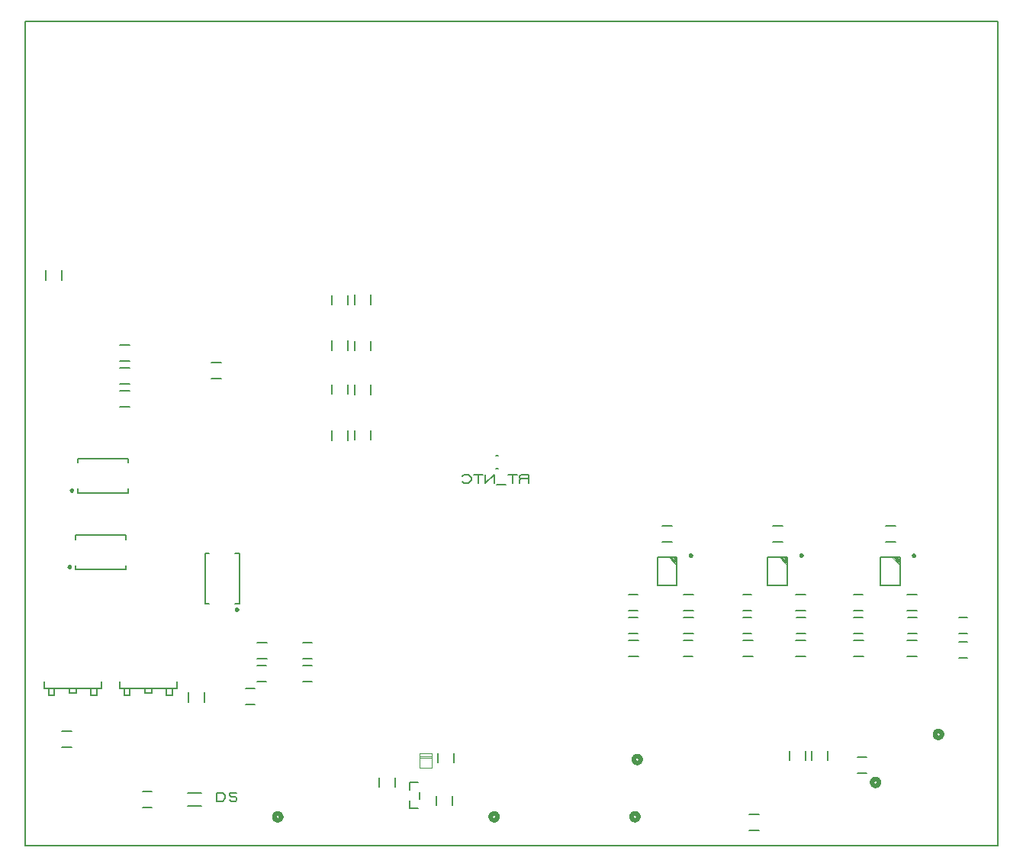
<source format=gbr>
G04 PROTEUS GERBER X2 FILE*
%TF.GenerationSoftware,Labcenter,Proteus,8.7-SP3-Build25561*%
%TF.CreationDate,2021-07-06T20:34:18+00:00*%
%TF.FileFunction,Legend,Bot*%
%TF.FilePolarity,Positive*%
%TF.Part,Single*%
%TF.SameCoordinates,{87e03e06-012a-4b1c-b44b-99ac6d4646d0}*%
%FSLAX45Y45*%
%MOMM*%
G01*
%TA.AperFunction,Profile*%
%ADD38C,0.203200*%
%TA.AperFunction,Material*%
%ADD46C,0.200000*%
%ADD44C,0.203200*%
%ADD50C,0.250000*%
%ADD51C,0.100000*%
%ADD47C,0.508000*%
%ADD45C,0.101600*%
%TD.AperFunction*%
D38*
X-1079500Y-6413500D02*
X+9715500Y-6413500D01*
X+9715500Y+2730500D01*
X-1079500Y+2730500D01*
X-1079500Y-6413500D01*
D46*
X+2503000Y-811000D02*
X+2503000Y-921000D01*
X+2323000Y-811000D02*
X+2323000Y-921000D01*
X+2503000Y-313000D02*
X+2503000Y-413000D01*
X+2323000Y-313000D02*
X+2323000Y-413000D01*
X+2757000Y-303000D02*
X+2757000Y-413000D01*
X+2577000Y-303000D02*
X+2577000Y-413000D01*
X+2757000Y-821000D02*
X+2757000Y-921000D01*
X+2577000Y-821000D02*
X+2577000Y-921000D01*
D44*
X-235700Y-4597400D02*
X-235700Y-4673600D01*
X-870700Y-4673600D01*
X-870700Y-4597400D01*
X-515100Y-4673600D02*
X-515100Y-4724400D01*
X-591300Y-4724400D01*
X-591300Y-4673600D01*
X-286500Y-4673600D02*
X-286500Y-4749800D01*
X-350000Y-4749800D01*
X-350000Y-4673600D01*
X-819900Y-4673600D02*
X-819900Y-4749800D01*
X-756400Y-4749800D01*
X-756400Y-4673600D02*
X-756400Y-4749800D01*
X+602500Y-4597400D02*
X+602500Y-4673600D01*
X-32500Y-4673600D01*
X-32500Y-4597400D01*
X+323100Y-4673600D02*
X+323100Y-4724400D01*
X+246900Y-4724400D01*
X+246900Y-4673600D01*
X+551700Y-4673600D02*
X+551700Y-4749800D01*
X+488200Y-4749800D01*
X+488200Y-4673600D01*
X+18300Y-4673600D02*
X+18300Y-4749800D01*
X+81800Y-4749800D01*
X+81800Y-4673600D02*
X+81800Y-4749800D01*
D46*
X+78000Y-1550500D02*
X-32000Y-1550500D01*
X+78000Y-1370500D02*
X-32000Y-1370500D01*
X+78000Y-1042500D02*
X-32000Y-1042500D01*
X+78000Y-862500D02*
X-32000Y-862500D01*
X+78000Y-1296500D02*
X-32000Y-1296500D01*
X+78000Y-1116500D02*
X-32000Y-1116500D01*
X+984000Y-1053000D02*
X+1094000Y-1053000D01*
X+984000Y-1233000D02*
X+1094000Y-1233000D01*
X-564100Y-5322400D02*
X-674100Y-5322400D01*
X-564100Y-5142400D02*
X-674100Y-5142400D01*
X+728400Y-4819900D02*
X+728400Y-4709900D01*
X+908400Y-4819900D02*
X+908400Y-4709900D01*
X+2757000Y-1301500D02*
X+2757000Y-1411500D01*
X+2577000Y-1301500D02*
X+2577000Y-1411500D01*
X+2503000Y-1809500D02*
X+2503000Y-1919500D01*
X+2323000Y-1809500D02*
X+2323000Y-1919500D01*
X+2757000Y-1809500D02*
X+2757000Y-1909500D01*
X+2577000Y-1809500D02*
X+2577000Y-1909500D01*
X+2503000Y-1301500D02*
X+2503000Y-1401500D01*
X+2323000Y-1301500D02*
X+2323000Y-1401500D01*
D50*
X+6316500Y-3195902D02*
X+6316457Y-3194863D01*
X+6316105Y-3192784D01*
X+6315368Y-3190705D01*
X+6314164Y-3188626D01*
X+6312323Y-3186576D01*
X+6310244Y-3185073D01*
X+6308165Y-3184116D01*
X+6306086Y-3183577D01*
X+6304007Y-3183402D01*
X+6304000Y-3183402D01*
X+6291500Y-3195902D02*
X+6291543Y-3194863D01*
X+6291895Y-3192784D01*
X+6292632Y-3190705D01*
X+6293836Y-3188626D01*
X+6295677Y-3186576D01*
X+6297756Y-3185073D01*
X+6299835Y-3184116D01*
X+6301914Y-3183577D01*
X+6303993Y-3183402D01*
X+6304000Y-3183402D01*
X+6291500Y-3195902D02*
X+6291543Y-3196941D01*
X+6291895Y-3199020D01*
X+6292632Y-3201099D01*
X+6293836Y-3203178D01*
X+6295677Y-3205228D01*
X+6297756Y-3206731D01*
X+6299835Y-3207688D01*
X+6301914Y-3208227D01*
X+6303993Y-3208402D01*
X+6304000Y-3208402D01*
X+6316500Y-3195902D02*
X+6316457Y-3196941D01*
X+6316105Y-3199020D01*
X+6315368Y-3201099D01*
X+6314164Y-3203178D01*
X+6312323Y-3205228D01*
X+6310244Y-3206731D01*
X+6308165Y-3207688D01*
X+6306086Y-3208227D01*
X+6304007Y-3208402D01*
X+6304000Y-3208402D01*
D46*
X+6154000Y-3525902D02*
X+5934000Y-3525902D01*
X+5934000Y-3215902D01*
X+6154000Y-3215902D01*
X+6154000Y-3525902D01*
D51*
X+6154000Y-3225902D02*
X+6144000Y-3215902D01*
X+6154000Y-3235902D02*
X+6134000Y-3215902D01*
X+6154000Y-3245902D02*
X+6124000Y-3215902D01*
X+6154000Y-3255902D02*
X+6114000Y-3215902D01*
X+6154000Y-3265902D02*
X+6104000Y-3215902D01*
X+6154000Y-3275902D02*
X+6094000Y-3215902D01*
X+6154000Y-3285902D02*
X+6084000Y-3215902D01*
X+6154000Y-3295902D02*
X+6074000Y-3215902D01*
X+6154000Y-3305902D02*
X+6064000Y-3215902D01*
D50*
X+7543607Y-3195533D02*
X+7543564Y-3194494D01*
X+7543212Y-3192415D01*
X+7542475Y-3190336D01*
X+7541271Y-3188257D01*
X+7539430Y-3186207D01*
X+7537351Y-3184704D01*
X+7535272Y-3183747D01*
X+7533193Y-3183208D01*
X+7531114Y-3183033D01*
X+7531107Y-3183033D01*
X+7518607Y-3195533D02*
X+7518650Y-3194494D01*
X+7519002Y-3192415D01*
X+7519739Y-3190336D01*
X+7520943Y-3188257D01*
X+7522784Y-3186207D01*
X+7524863Y-3184704D01*
X+7526942Y-3183747D01*
X+7529021Y-3183208D01*
X+7531100Y-3183033D01*
X+7531107Y-3183033D01*
X+7518607Y-3195533D02*
X+7518650Y-3196572D01*
X+7519002Y-3198651D01*
X+7519739Y-3200730D01*
X+7520943Y-3202809D01*
X+7522784Y-3204859D01*
X+7524863Y-3206362D01*
X+7526942Y-3207319D01*
X+7529021Y-3207858D01*
X+7531100Y-3208033D01*
X+7531107Y-3208033D01*
X+7543607Y-3195533D02*
X+7543564Y-3196572D01*
X+7543212Y-3198651D01*
X+7542475Y-3200730D01*
X+7541271Y-3202809D01*
X+7539430Y-3204859D01*
X+7537351Y-3206362D01*
X+7535272Y-3207319D01*
X+7533193Y-3207858D01*
X+7531114Y-3208033D01*
X+7531107Y-3208033D01*
D46*
X+7381107Y-3525533D02*
X+7161107Y-3525533D01*
X+7161107Y-3215533D01*
X+7381107Y-3215533D01*
X+7381107Y-3525533D01*
D51*
X+7381107Y-3225533D02*
X+7371107Y-3215533D01*
X+7381107Y-3235533D02*
X+7361107Y-3215533D01*
X+7381107Y-3245533D02*
X+7351107Y-3215533D01*
X+7381107Y-3255533D02*
X+7341107Y-3215533D01*
X+7381107Y-3265533D02*
X+7331107Y-3215533D01*
X+7381107Y-3275533D02*
X+7321107Y-3215533D01*
X+7381107Y-3285533D02*
X+7311107Y-3215533D01*
X+7381107Y-3295533D02*
X+7301107Y-3215533D01*
X+7381107Y-3305533D02*
X+7291107Y-3215533D01*
D50*
X+8793369Y-3197033D02*
X+8793326Y-3195994D01*
X+8792974Y-3193915D01*
X+8792237Y-3191836D01*
X+8791033Y-3189757D01*
X+8789192Y-3187707D01*
X+8787113Y-3186204D01*
X+8785034Y-3185247D01*
X+8782955Y-3184708D01*
X+8780876Y-3184533D01*
X+8780869Y-3184533D01*
X+8768369Y-3197033D02*
X+8768412Y-3195994D01*
X+8768764Y-3193915D01*
X+8769501Y-3191836D01*
X+8770705Y-3189757D01*
X+8772546Y-3187707D01*
X+8774625Y-3186204D01*
X+8776704Y-3185247D01*
X+8778783Y-3184708D01*
X+8780862Y-3184533D01*
X+8780869Y-3184533D01*
X+8768369Y-3197033D02*
X+8768412Y-3198072D01*
X+8768764Y-3200151D01*
X+8769501Y-3202230D01*
X+8770705Y-3204309D01*
X+8772546Y-3206359D01*
X+8774625Y-3207862D01*
X+8776704Y-3208819D01*
X+8778783Y-3209358D01*
X+8780862Y-3209533D01*
X+8780869Y-3209533D01*
X+8793369Y-3197033D02*
X+8793326Y-3198072D01*
X+8792974Y-3200151D01*
X+8792237Y-3202230D01*
X+8791033Y-3204309D01*
X+8789192Y-3206359D01*
X+8787113Y-3207862D01*
X+8785034Y-3208819D01*
X+8782955Y-3209358D01*
X+8780876Y-3209533D01*
X+8780869Y-3209533D01*
D46*
X+8630869Y-3527033D02*
X+8410869Y-3527033D01*
X+8410869Y-3217033D01*
X+8630869Y-3217033D01*
X+8630869Y-3527033D01*
D51*
X+8630869Y-3227033D02*
X+8620869Y-3217033D01*
X+8630869Y-3237033D02*
X+8610869Y-3217033D01*
X+8630869Y-3247033D02*
X+8600869Y-3217033D01*
X+8630869Y-3257033D02*
X+8590869Y-3217033D01*
X+8630869Y-3267033D02*
X+8580869Y-3217033D01*
X+8630869Y-3277033D02*
X+8570869Y-3217033D01*
X+8630869Y-3287033D02*
X+8560869Y-3217033D01*
X+8630869Y-3297033D02*
X+8550869Y-3217033D01*
X+8630869Y-3307033D02*
X+8540869Y-3217033D01*
D46*
X+6100500Y-3047402D02*
X+5990500Y-3047402D01*
X+6100500Y-2867402D02*
X+5990500Y-2867402D01*
X+7327607Y-3047033D02*
X+7217607Y-3047033D01*
X+7327607Y-2867033D02*
X+7217607Y-2867033D01*
X+8577369Y-3048533D02*
X+8467369Y-3048533D01*
X+8577369Y-2868533D02*
X+8467369Y-2868533D01*
X+6337000Y-3809402D02*
X+6227000Y-3809402D01*
X+6337000Y-3629402D02*
X+6227000Y-3629402D01*
X+7581607Y-3809033D02*
X+7471607Y-3809033D01*
X+7581607Y-3629033D02*
X+7471607Y-3629033D01*
X+8813869Y-3809033D02*
X+8703869Y-3809033D01*
X+8813869Y-3629033D02*
X+8703869Y-3629033D01*
X+6337000Y-4063402D02*
X+6227000Y-4063402D01*
X+6337000Y-3883402D02*
X+6227000Y-3883402D01*
X+5729500Y-4317402D02*
X+5619500Y-4317402D01*
X+5729500Y-4137402D02*
X+5619500Y-4137402D01*
X+5619500Y-3629402D02*
X+5719500Y-3629402D01*
X+5619500Y-3809402D02*
X+5719500Y-3809402D01*
X+6327000Y-4317402D02*
X+6227000Y-4317402D01*
X+6327000Y-4137402D02*
X+6227000Y-4137402D01*
X+5719500Y-4063402D02*
X+5619500Y-4063402D01*
X+5719500Y-3883402D02*
X+5619500Y-3883402D01*
X+6882607Y-3629033D02*
X+6982607Y-3629033D01*
X+6882607Y-3809033D02*
X+6982607Y-3809033D01*
X+7581607Y-4063033D02*
X+7481607Y-4063033D01*
X+7581607Y-3883033D02*
X+7481607Y-3883033D01*
X+6982607Y-4063033D02*
X+6882607Y-4063033D01*
X+6982607Y-3883033D02*
X+6882607Y-3883033D01*
X+8114869Y-3629033D02*
X+8214869Y-3629033D01*
X+8114869Y-3809033D02*
X+8214869Y-3809033D01*
X+8813869Y-4063033D02*
X+8713869Y-4063033D01*
X+8813869Y-3883033D02*
X+8713869Y-3883033D01*
X+8214869Y-4063033D02*
X+8114869Y-4063033D01*
X+8214869Y-3883033D02*
X+8114869Y-3883033D01*
X+6992607Y-4317033D02*
X+6882607Y-4317033D01*
X+6992607Y-4137033D02*
X+6882607Y-4137033D01*
X+7581607Y-4317033D02*
X+7471607Y-4317033D01*
X+7581607Y-4137033D02*
X+7471607Y-4137033D01*
X+8224869Y-4317033D02*
X+8114869Y-4317033D01*
X+8224869Y-4137033D02*
X+8114869Y-4137033D01*
X+8813869Y-4317033D02*
X+8703869Y-4317033D01*
X+8813869Y-4137033D02*
X+8703869Y-4137033D01*
X+7063000Y-6249500D02*
X+6953000Y-6249500D01*
X+7063000Y-6069500D02*
X+6953000Y-6069500D01*
X+1602000Y-4344500D02*
X+1492000Y-4344500D01*
X+1602000Y-4164500D02*
X+1492000Y-4164500D01*
X-672000Y-31500D02*
X-672000Y-141500D01*
X-852000Y-31500D02*
X-852000Y-141500D01*
D44*
X+718820Y-5979160D02*
X+871220Y-5979160D01*
X+721360Y-5831840D02*
X+871220Y-5831840D01*
X+1046480Y-5829301D02*
X+1046480Y-5920741D01*
X+1109980Y-5920741D01*
X+1141730Y-5890261D01*
X+1141730Y-5859781D01*
X+1109980Y-5829301D01*
X+1046480Y-5829301D01*
X+1189355Y-5905501D02*
X+1205230Y-5920741D01*
X+1252855Y-5920741D01*
X+1268730Y-5905501D01*
X+1268730Y-5890261D01*
X+1252855Y-5875021D01*
X+1205230Y-5875021D01*
X+1189355Y-5859781D01*
X+1189355Y-5829301D01*
X+1268730Y-5829301D01*
D47*
X+9093200Y-5181500D02*
X+9093069Y-5178342D01*
X+9092003Y-5172024D01*
X+9089772Y-5165706D01*
X+9086127Y-5159388D01*
X+9080552Y-5153149D01*
X+9074234Y-5148553D01*
X+9067916Y-5145620D01*
X+9061598Y-5143958D01*
X+9055280Y-5143400D01*
X+9055100Y-5143400D01*
X+9017000Y-5181500D02*
X+9017131Y-5178342D01*
X+9018197Y-5172024D01*
X+9020428Y-5165706D01*
X+9024073Y-5159388D01*
X+9029648Y-5153149D01*
X+9035966Y-5148553D01*
X+9042284Y-5145620D01*
X+9048602Y-5143958D01*
X+9054920Y-5143400D01*
X+9055100Y-5143400D01*
X+9017000Y-5181500D02*
X+9017131Y-5184658D01*
X+9018197Y-5190976D01*
X+9020428Y-5197294D01*
X+9024073Y-5203612D01*
X+9029648Y-5209851D01*
X+9035966Y-5214447D01*
X+9042284Y-5217380D01*
X+9048602Y-5219042D01*
X+9054920Y-5219600D01*
X+9055100Y-5219600D01*
X+9093200Y-5181500D02*
X+9093069Y-5184658D01*
X+9092003Y-5190976D01*
X+9089772Y-5197294D01*
X+9086127Y-5203612D01*
X+9080552Y-5209851D01*
X+9074234Y-5214447D01*
X+9067916Y-5217380D01*
X+9061598Y-5219042D01*
X+9055280Y-5219600D01*
X+9055100Y-5219600D01*
D46*
X+8159500Y-5434500D02*
X+8259500Y-5434500D01*
X+8159500Y-5614500D02*
X+8259500Y-5614500D01*
X+7583000Y-5365500D02*
X+7583000Y-5465500D01*
X+7403000Y-5365500D02*
X+7403000Y-5465500D01*
X+7647500Y-5465500D02*
X+7647500Y-5365500D01*
X+7827500Y-5465500D02*
X+7827500Y-5365500D01*
X+9279200Y-4151800D02*
X+9379200Y-4151800D01*
X+9279200Y-4331800D02*
X+9379200Y-4331800D01*
X+324100Y-5995500D02*
X+224100Y-5995500D01*
X+324100Y-5815500D02*
X+224100Y-5815500D01*
X+2000000Y-4418500D02*
X+2100000Y-4418500D01*
X+2000000Y-4598500D02*
X+2100000Y-4598500D01*
X+2000000Y-4164500D02*
X+2100000Y-4164500D01*
X+2000000Y-4344500D02*
X+2100000Y-4344500D01*
X+1492000Y-4418500D02*
X+1592000Y-4418500D01*
X+1492000Y-4598500D02*
X+1592000Y-4598500D01*
X+1465000Y-4852500D02*
X+1365000Y-4852500D01*
X+1465000Y-4672500D02*
X+1365000Y-4672500D01*
D47*
X+8394600Y-5715000D02*
X+8394469Y-5711842D01*
X+8393403Y-5705524D01*
X+8391172Y-5699206D01*
X+8387527Y-5692888D01*
X+8381952Y-5686649D01*
X+8375634Y-5682053D01*
X+8369316Y-5679120D01*
X+8362998Y-5677458D01*
X+8356680Y-5676900D01*
X+8356500Y-5676900D01*
X+8318400Y-5715000D02*
X+8318531Y-5711842D01*
X+8319597Y-5705524D01*
X+8321828Y-5699206D01*
X+8325473Y-5692888D01*
X+8331048Y-5686649D01*
X+8337366Y-5682053D01*
X+8343684Y-5679120D01*
X+8350002Y-5677458D01*
X+8356320Y-5676900D01*
X+8356500Y-5676900D01*
X+8318400Y-5715000D02*
X+8318531Y-5718158D01*
X+8319597Y-5724476D01*
X+8321828Y-5730794D01*
X+8325473Y-5737112D01*
X+8331048Y-5743351D01*
X+8337366Y-5747947D01*
X+8343684Y-5750880D01*
X+8350002Y-5752542D01*
X+8356320Y-5753100D01*
X+8356500Y-5753100D01*
X+8394600Y-5715000D02*
X+8394469Y-5718158D01*
X+8393403Y-5724476D01*
X+8391172Y-5730794D01*
X+8387527Y-5737112D01*
X+8381952Y-5743351D01*
X+8375634Y-5747947D01*
X+8369316Y-5750880D01*
X+8362998Y-5752542D01*
X+8356680Y-5753100D01*
X+8356500Y-5753100D01*
X+4162600Y-6096000D02*
X+4162469Y-6092842D01*
X+4161403Y-6086524D01*
X+4159172Y-6080206D01*
X+4155527Y-6073888D01*
X+4149952Y-6067649D01*
X+4143634Y-6063053D01*
X+4137316Y-6060120D01*
X+4130998Y-6058458D01*
X+4124680Y-6057900D01*
X+4124500Y-6057900D01*
X+4086400Y-6096000D02*
X+4086531Y-6092842D01*
X+4087597Y-6086524D01*
X+4089828Y-6080206D01*
X+4093473Y-6073888D01*
X+4099048Y-6067649D01*
X+4105366Y-6063053D01*
X+4111684Y-6060120D01*
X+4118002Y-6058458D01*
X+4124320Y-6057900D01*
X+4124500Y-6057900D01*
X+4086400Y-6096000D02*
X+4086531Y-6099158D01*
X+4087597Y-6105476D01*
X+4089828Y-6111794D01*
X+4093473Y-6118112D01*
X+4099048Y-6124351D01*
X+4105366Y-6128947D01*
X+4111684Y-6131880D01*
X+4118002Y-6133542D01*
X+4124320Y-6134100D01*
X+4124500Y-6134100D01*
X+4162600Y-6096000D02*
X+4162469Y-6099158D01*
X+4161403Y-6105476D01*
X+4159172Y-6111794D01*
X+4155527Y-6118112D01*
X+4149952Y-6124351D01*
X+4143634Y-6128947D01*
X+4137316Y-6131880D01*
X+4130998Y-6133542D01*
X+4124680Y-6134100D01*
X+4124500Y-6134100D01*
X+5724600Y-6096000D02*
X+5724469Y-6092842D01*
X+5723403Y-6086524D01*
X+5721172Y-6080206D01*
X+5717527Y-6073888D01*
X+5711952Y-6067649D01*
X+5705634Y-6063053D01*
X+5699316Y-6060120D01*
X+5692998Y-6058458D01*
X+5686680Y-6057900D01*
X+5686500Y-6057900D01*
X+5648400Y-6096000D02*
X+5648531Y-6092842D01*
X+5649597Y-6086524D01*
X+5651828Y-6080206D01*
X+5655473Y-6073888D01*
X+5661048Y-6067649D01*
X+5667366Y-6063053D01*
X+5673684Y-6060120D01*
X+5680002Y-6058458D01*
X+5686320Y-6057900D01*
X+5686500Y-6057900D01*
X+5648400Y-6096000D02*
X+5648531Y-6099158D01*
X+5649597Y-6105476D01*
X+5651828Y-6111794D01*
X+5655473Y-6118112D01*
X+5661048Y-6124351D01*
X+5667366Y-6128947D01*
X+5673684Y-6131880D01*
X+5680002Y-6133542D01*
X+5686320Y-6134100D01*
X+5686500Y-6134100D01*
X+5724600Y-6096000D02*
X+5724469Y-6099158D01*
X+5723403Y-6105476D01*
X+5721172Y-6111794D01*
X+5717527Y-6118112D01*
X+5711952Y-6124351D01*
X+5705634Y-6128947D01*
X+5699316Y-6131880D01*
X+5692998Y-6133542D01*
X+5686680Y-6134100D01*
X+5686500Y-6134100D01*
X+5750100Y-5461000D02*
X+5749969Y-5457842D01*
X+5748903Y-5451524D01*
X+5746672Y-5445206D01*
X+5743027Y-5438888D01*
X+5737452Y-5432649D01*
X+5731134Y-5428053D01*
X+5724816Y-5425120D01*
X+5718498Y-5423458D01*
X+5712180Y-5422900D01*
X+5712000Y-5422900D01*
X+5673900Y-5461000D02*
X+5674031Y-5457842D01*
X+5675097Y-5451524D01*
X+5677328Y-5445206D01*
X+5680973Y-5438888D01*
X+5686548Y-5432649D01*
X+5692866Y-5428053D01*
X+5699184Y-5425120D01*
X+5705502Y-5423458D01*
X+5711820Y-5422900D01*
X+5712000Y-5422900D01*
X+5673900Y-5461000D02*
X+5674031Y-5464158D01*
X+5675097Y-5470476D01*
X+5677328Y-5476794D01*
X+5680973Y-5483112D01*
X+5686548Y-5489351D01*
X+5692866Y-5493947D01*
X+5699184Y-5496880D01*
X+5705502Y-5498542D01*
X+5711820Y-5499100D01*
X+5712000Y-5499100D01*
X+5750100Y-5461000D02*
X+5749969Y-5464158D01*
X+5748903Y-5470476D01*
X+5746672Y-5476794D01*
X+5743027Y-5483112D01*
X+5737452Y-5489351D01*
X+5731134Y-5493947D01*
X+5724816Y-5496880D01*
X+5718498Y-5498542D01*
X+5712180Y-5499100D01*
X+5712000Y-5499100D01*
X+1760831Y-6096000D02*
X+1760700Y-6092842D01*
X+1759634Y-6086524D01*
X+1757403Y-6080206D01*
X+1753758Y-6073888D01*
X+1748183Y-6067649D01*
X+1741865Y-6063053D01*
X+1735547Y-6060120D01*
X+1729229Y-6058458D01*
X+1722911Y-6057900D01*
X+1722731Y-6057900D01*
X+1684631Y-6096000D02*
X+1684762Y-6092842D01*
X+1685828Y-6086524D01*
X+1688059Y-6080206D01*
X+1691704Y-6073888D01*
X+1697279Y-6067649D01*
X+1703597Y-6063053D01*
X+1709915Y-6060120D01*
X+1716233Y-6058458D01*
X+1722551Y-6057900D01*
X+1722731Y-6057900D01*
X+1684631Y-6096000D02*
X+1684762Y-6099158D01*
X+1685828Y-6105476D01*
X+1688059Y-6111794D01*
X+1691704Y-6118112D01*
X+1697279Y-6124351D01*
X+1703597Y-6128947D01*
X+1709915Y-6131880D01*
X+1716233Y-6133542D01*
X+1722551Y-6134100D01*
X+1722731Y-6134100D01*
X+1760831Y-6096000D02*
X+1760700Y-6099158D01*
X+1759634Y-6105476D01*
X+1757403Y-6111794D01*
X+1753758Y-6118112D01*
X+1748183Y-6124351D01*
X+1741865Y-6128947D01*
X+1735547Y-6131880D01*
X+1729229Y-6133542D01*
X+1722911Y-6134100D01*
X+1722731Y-6134100D01*
D46*
X+4139500Y-2089000D02*
X+4169500Y-2089000D01*
X+4139500Y-2229000D02*
X+4169500Y-2229000D01*
D44*
X+4503750Y-2392670D02*
X+4503750Y-2301230D01*
X+4424375Y-2301230D01*
X+4408500Y-2316470D01*
X+4408500Y-2331710D01*
X+4424375Y-2346950D01*
X+4503750Y-2346950D01*
X+4424375Y-2346950D02*
X+4408500Y-2362190D01*
X+4408500Y-2392670D01*
X+4376750Y-2301230D02*
X+4281500Y-2301230D01*
X+4329125Y-2301230D02*
X+4329125Y-2392670D01*
X+4249750Y-2407910D02*
X+4154500Y-2407910D01*
X+4122750Y-2392670D02*
X+4122750Y-2301230D01*
X+4027500Y-2392670D01*
X+4027500Y-2301230D01*
X+3995750Y-2301230D02*
X+3900500Y-2301230D01*
X+3948125Y-2301230D02*
X+3948125Y-2392670D01*
X+3773500Y-2377430D02*
X+3789375Y-2392670D01*
X+3837000Y-2392670D01*
X+3868750Y-2362190D01*
X+3868750Y-2331710D01*
X+3837000Y-2301230D01*
X+3789375Y-2301230D01*
X+3773500Y-2316470D01*
D46*
X+3499358Y-5492074D02*
X+3499358Y-5392074D01*
X+3679358Y-5492074D02*
X+3679358Y-5392074D01*
X+3658700Y-5862900D02*
X+3658700Y-5962900D01*
X+3478700Y-5862900D02*
X+3478700Y-5962900D01*
X+2843700Y-5759700D02*
X+2843700Y-5659700D01*
X+3023700Y-5759700D02*
X+3023700Y-5659700D01*
D44*
X+3185160Y-6004560D02*
X+3185160Y-5915660D01*
X+3296920Y-5897880D02*
X+3296920Y-5826760D01*
X+3185160Y-6004560D02*
X+3276600Y-6004560D01*
X+3279140Y-5715000D02*
X+3185160Y-5715000D01*
X+3185160Y-5801360D01*
D50*
X-577400Y-3322300D02*
X-577443Y-3321261D01*
X-577795Y-3319182D01*
X-578532Y-3317103D01*
X-579736Y-3315024D01*
X-581577Y-3312974D01*
X-583656Y-3311471D01*
X-585735Y-3310514D01*
X-587814Y-3309975D01*
X-589893Y-3309800D01*
X-589900Y-3309800D01*
X-602400Y-3322300D02*
X-602357Y-3321261D01*
X-602005Y-3319182D01*
X-601268Y-3317103D01*
X-600064Y-3315024D01*
X-598223Y-3312974D01*
X-596144Y-3311471D01*
X-594065Y-3310514D01*
X-591986Y-3309975D01*
X-589907Y-3309800D01*
X-589900Y-3309800D01*
X-602400Y-3322300D02*
X-602357Y-3323339D01*
X-602005Y-3325418D01*
X-601268Y-3327497D01*
X-600064Y-3329576D01*
X-598223Y-3331626D01*
X-596144Y-3333129D01*
X-594065Y-3334086D01*
X-591986Y-3334625D01*
X-589907Y-3334800D01*
X-589900Y-3334800D01*
X-577400Y-3322300D02*
X-577443Y-3323339D01*
X-577795Y-3325418D01*
X-578532Y-3327497D01*
X-579736Y-3329576D01*
X-581577Y-3331626D01*
X-583656Y-3333129D01*
X-585735Y-3334086D01*
X-587814Y-3334625D01*
X-589893Y-3334800D01*
X-589900Y-3334800D01*
D46*
X-524900Y-3307300D02*
X-524900Y-3352300D01*
X+35100Y-3352300D01*
X+35100Y-3307300D01*
X-524900Y-3017300D02*
X-524900Y-2972300D01*
X+35100Y-2972300D01*
X+35100Y-3017300D01*
D50*
X-552000Y-2471400D02*
X-552043Y-2470361D01*
X-552395Y-2468282D01*
X-553132Y-2466203D01*
X-554336Y-2464124D01*
X-556177Y-2462074D01*
X-558256Y-2460571D01*
X-560335Y-2459614D01*
X-562414Y-2459075D01*
X-564493Y-2458900D01*
X-564500Y-2458900D01*
X-577000Y-2471400D02*
X-576957Y-2470361D01*
X-576605Y-2468282D01*
X-575868Y-2466203D01*
X-574664Y-2464124D01*
X-572823Y-2462074D01*
X-570744Y-2460571D01*
X-568665Y-2459614D01*
X-566586Y-2459075D01*
X-564507Y-2458900D01*
X-564500Y-2458900D01*
X-577000Y-2471400D02*
X-576957Y-2472439D01*
X-576605Y-2474518D01*
X-575868Y-2476597D01*
X-574664Y-2478676D01*
X-572823Y-2480726D01*
X-570744Y-2482229D01*
X-568665Y-2483186D01*
X-566586Y-2483725D01*
X-564507Y-2483900D01*
X-564500Y-2483900D01*
X-552000Y-2471400D02*
X-552043Y-2472439D01*
X-552395Y-2474518D01*
X-553132Y-2476597D01*
X-554336Y-2478676D01*
X-556177Y-2480726D01*
X-558256Y-2482229D01*
X-560335Y-2483186D01*
X-562414Y-2483725D01*
X-564493Y-2483900D01*
X-564500Y-2483900D01*
D46*
X-499500Y-2456400D02*
X-499500Y-2501400D01*
X+60500Y-2501400D01*
X+60500Y-2456400D01*
X-499500Y-2166400D02*
X-499500Y-2121400D01*
X+60500Y-2121400D01*
X+60500Y-2166400D01*
D50*
X+1277400Y-3795800D02*
X+1277357Y-3794761D01*
X+1277005Y-3792682D01*
X+1276268Y-3790603D01*
X+1275064Y-3788524D01*
X+1273223Y-3786474D01*
X+1271144Y-3784971D01*
X+1269065Y-3784014D01*
X+1266986Y-3783475D01*
X+1264907Y-3783300D01*
X+1264900Y-3783300D01*
X+1252400Y-3795800D02*
X+1252443Y-3794761D01*
X+1252795Y-3792682D01*
X+1253532Y-3790603D01*
X+1254736Y-3788524D01*
X+1256577Y-3786474D01*
X+1258656Y-3784971D01*
X+1260735Y-3784014D01*
X+1262814Y-3783475D01*
X+1264893Y-3783300D01*
X+1264900Y-3783300D01*
X+1252400Y-3795800D02*
X+1252443Y-3796839D01*
X+1252795Y-3798918D01*
X+1253532Y-3800997D01*
X+1254736Y-3803076D01*
X+1256577Y-3805126D01*
X+1258656Y-3806629D01*
X+1260735Y-3807586D01*
X+1262814Y-3808125D01*
X+1264893Y-3808300D01*
X+1264900Y-3808300D01*
X+1277400Y-3795800D02*
X+1277357Y-3796839D01*
X+1277005Y-3798918D01*
X+1276268Y-3800997D01*
X+1275064Y-3803076D01*
X+1273223Y-3805126D01*
X+1271144Y-3806629D01*
X+1269065Y-3807586D01*
X+1266986Y-3808125D01*
X+1264907Y-3808300D01*
X+1264900Y-3808300D01*
D46*
X+1249900Y-3730800D02*
X+1294900Y-3730800D01*
X+1294900Y-3170800D01*
X+1249900Y-3170800D01*
X+959900Y-3730800D02*
X+914900Y-3730800D01*
X+914900Y-3170800D01*
X+959900Y-3170800D01*
X+9379200Y-4065100D02*
X+9279200Y-4065100D01*
X+9379200Y-3885100D02*
X+9279200Y-3885100D01*
D45*
X+3295500Y-5421357D02*
X+3435500Y-5421357D01*
X+3295500Y-5441357D02*
X+3435500Y-5441357D01*
X+3295500Y-5551357D02*
X+3435500Y-5551357D01*
X+3435500Y-5391357D01*
X+3295500Y-5391357D01*
X+3295500Y-5551357D01*
M02*

</source>
